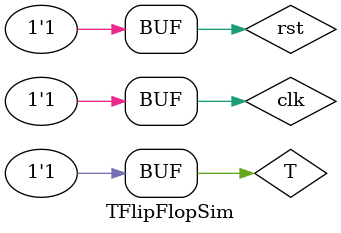
<source format=v>
`timescale 1ns / 1ps


module TFlipFlopSim;

    reg rst, clk, T;
    wire Q, Qn;
    
    TFlipFlop uut(rst, clk, T, Q, Qn);

    initial begin
        rst = 0;
        #1 rst = 1;
        #1 clk = 0; T = 0;
        #1 clk = 1; T = 1;
        #1 clk = 0; T = 1;
        #1 clk = 1; T = 1;
        #1 clk = 0; T = 0;
        #1 clk = 1; T = 0;
        #1 clk = 0; T = 1;
        #1 clk = 1; T = 1;
    end

endmodule

</source>
